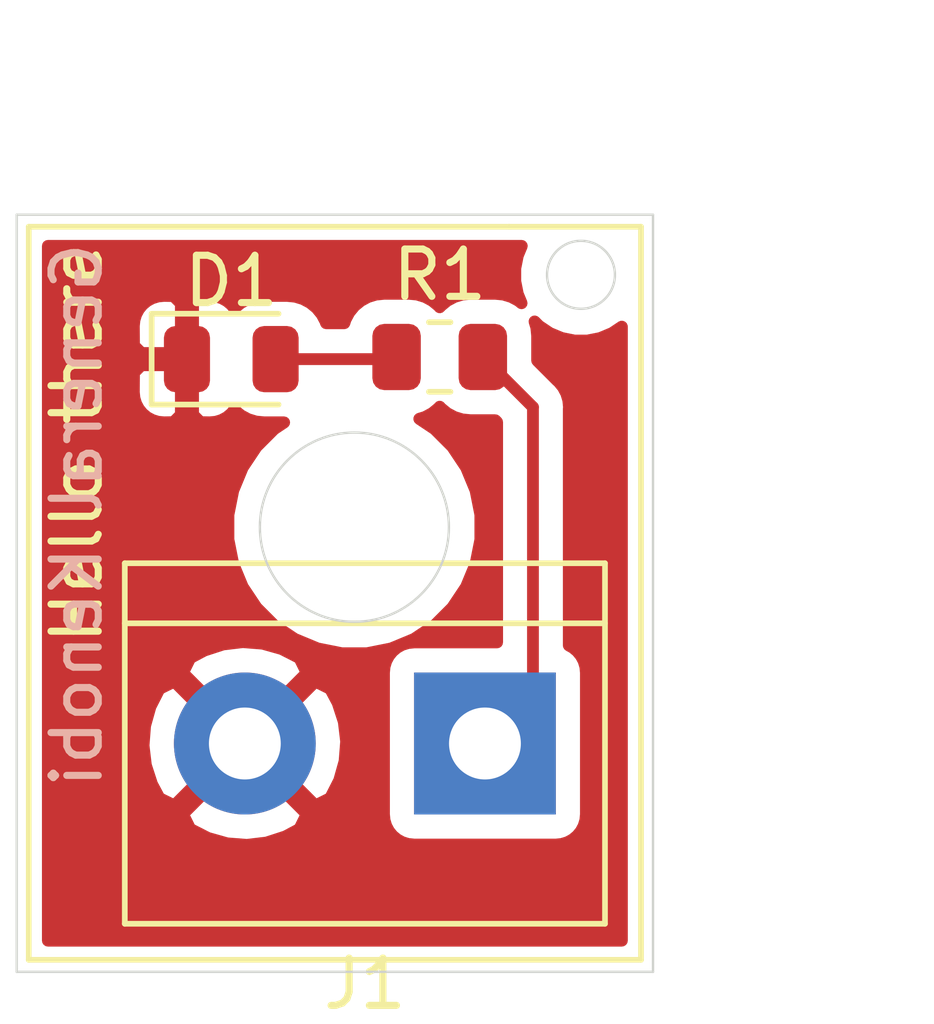
<source format=kicad_pcb>
(kicad_pcb (version 20171130) (host pcbnew "(5.1.10-1-10_14)")

  (general
    (thickness 1.6)
    (drawings 15)
    (tracks 4)
    (zones 0)
    (modules 3)
    (nets 4)
  )

  (page A4)
  (title_block
    (title "Simple led thingy")
    (date 2021-10-20)
  )

  (layers
    (0 F.Cu signal)
    (31 B.Cu signal)
    (32 B.Adhes user)
    (33 F.Adhes user)
    (34 B.Paste user)
    (35 F.Paste user)
    (36 B.SilkS user hide)
    (37 F.SilkS user)
    (38 B.Mask user)
    (39 F.Mask user)
    (40 Dwgs.User user)
    (41 Cmts.User user)
    (42 Eco1.User user)
    (43 Eco2.User user)
    (44 Edge.Cuts user)
    (45 Margin user)
    (46 B.CrtYd user)
    (47 F.CrtYd user)
    (48 B.Fab user)
    (49 F.Fab user)
  )

  (setup
    (last_trace_width 0.25)
    (trace_clearance 0.2)
    (zone_clearance 0.508)
    (zone_45_only yes)
    (trace_min 0.2)
    (via_size 0.8)
    (via_drill 0.4)
    (via_min_size 0.4)
    (via_min_drill 0.3)
    (uvia_size 0.3)
    (uvia_drill 0.1)
    (uvias_allowed no)
    (uvia_min_size 0.2)
    (uvia_min_drill 0.1)
    (edge_width 0.05)
    (segment_width 0.2)
    (pcb_text_width 0.3)
    (pcb_text_size 1.5 1.5)
    (mod_edge_width 0.12)
    (mod_text_size 1 1)
    (mod_text_width 0.15)
    (pad_size 3 3)
    (pad_drill 1.52)
    (pad_to_mask_clearance 0)
    (aux_axis_origin 0 0)
    (visible_elements FFFFFF7F)
    (pcbplotparams
      (layerselection 0x010fc_ffffffff)
      (usegerberextensions false)
      (usegerberattributes true)
      (usegerberadvancedattributes true)
      (creategerberjobfile true)
      (excludeedgelayer true)
      (linewidth 0.100000)
      (plotframeref false)
      (viasonmask false)
      (mode 1)
      (useauxorigin false)
      (hpglpennumber 1)
      (hpglpenspeed 20)
      (hpglpendiameter 15.000000)
      (psnegative false)
      (psa4output false)
      (plotreference true)
      (plotvalue true)
      (plotinvisibletext false)
      (padsonsilk false)
      (subtractmaskfromsilk false)
      (outputformat 1)
      (mirror false)
      (drillshape 1)
      (scaleselection 1)
      (outputdirectory ""))
  )

  (net 0 "")
  (net 1 GND)
  (net 2 "Net-(D1-Pad2)")
  (net 3 +5V)

  (net_class Default "This is the default net class."
    (clearance 0.2)
    (trace_width 0.25)
    (via_dia 0.8)
    (via_drill 0.4)
    (uvia_dia 0.3)
    (uvia_drill 0.1)
    (add_net +5V)
    (add_net GND)
    (add_net "Net-(D1-Pad2)")
  )

  (module TerminalBlock:TerminalBlock_bornier-2_P5.08mm (layer F.Cu) (tedit 59FF03AB) (tstamp 61711EC3)
    (at 207.772 54.864 180)
    (descr "simple 2-pin terminal block, pitch 5.08mm, revamped version of bornier2")
    (tags "terminal block bornier2")
    (path /61712377)
    (fp_text reference J1 (at 2.54 -5.08) (layer F.SilkS)
      (effects (font (size 1 1) (thickness 0.15)))
    )
    (fp_text value Conn_01x02_Female (at 2.54 5.08) (layer F.Fab)
      (effects (font (size 1 1) (thickness 0.15)))
    )
    (fp_text user %R (at 2.54 0) (layer F.Fab)
      (effects (font (size 1 1) (thickness 0.15)))
    )
    (fp_line (start -2.41 2.55) (end 7.49 2.55) (layer F.Fab) (width 0.1))
    (fp_line (start -2.46 -3.75) (end -2.46 3.75) (layer F.Fab) (width 0.1))
    (fp_line (start -2.46 3.75) (end 7.54 3.75) (layer F.Fab) (width 0.1))
    (fp_line (start 7.54 3.75) (end 7.54 -3.75) (layer F.Fab) (width 0.1))
    (fp_line (start 7.54 -3.75) (end -2.46 -3.75) (layer F.Fab) (width 0.1))
    (fp_line (start 7.62 2.54) (end -2.54 2.54) (layer F.SilkS) (width 0.12))
    (fp_line (start 7.62 3.81) (end 7.62 -3.81) (layer F.SilkS) (width 0.12))
    (fp_line (start 7.62 -3.81) (end -2.54 -3.81) (layer F.SilkS) (width 0.12))
    (fp_line (start -2.54 -3.81) (end -2.54 3.81) (layer F.SilkS) (width 0.12))
    (fp_line (start -2.54 3.81) (end 7.62 3.81) (layer F.SilkS) (width 0.12))
    (fp_line (start -2.71 -4) (end 7.79 -4) (layer F.CrtYd) (width 0.05))
    (fp_line (start -2.71 -4) (end -2.71 4) (layer F.CrtYd) (width 0.05))
    (fp_line (start 7.79 4) (end 7.79 -4) (layer F.CrtYd) (width 0.05))
    (fp_line (start 7.79 4) (end -2.71 4) (layer F.CrtYd) (width 0.05))
    (pad 2 thru_hole circle (at 5.08 0 180) (size 3 3) (drill 1.52) (layers *.Cu *.Mask)
      (net 1 GND))
    (pad 1 thru_hole rect (at 0 0 180) (size 3 3) (drill 1.52) (layers *.Cu *.Mask)
      (net 3 +5V))
    (model ${KISYS3DMOD}/TerminalBlock.3dshapes/TerminalBlock_bornier-2_P5.08mm.wrl
      (offset (xyz 2.539999961853027 0 0))
      (scale (xyz 1 1 1))
      (rotate (xyz 0 0 0))
    )
  )

  (module LED_SMD:LED_0805_2012Metric (layer F.Cu) (tedit 5F68FEF1) (tstamp 6170CD9B)
    (at 202.405001 46.740001)
    (descr "LED SMD 0805 (2012 Metric), square (rectangular) end terminal, IPC_7351 nominal, (Body size source: https://docs.google.com/spreadsheets/d/1BsfQQcO9C6DZCsRaXUlFlo91Tg2WpOkGARC1WS5S8t0/edit?usp=sharing), generated with kicad-footprint-generator")
    (tags LED)
    (path /61705747)
    (attr smd)
    (fp_text reference D1 (at 0 -1.65) (layer F.SilkS)
      (effects (font (size 1 1) (thickness 0.15)))
    )
    (fp_text value LED (at 0 1.65) (layer F.Fab)
      (effects (font (size 1 1) (thickness 0.15)))
    )
    (fp_line (start 1 -0.6) (end -0.7 -0.6) (layer F.Fab) (width 0.1))
    (fp_line (start -0.7 -0.6) (end -1 -0.3) (layer F.Fab) (width 0.1))
    (fp_line (start -1 -0.3) (end -1 0.6) (layer F.Fab) (width 0.1))
    (fp_line (start -1 0.6) (end 1 0.6) (layer F.Fab) (width 0.1))
    (fp_line (start 1 0.6) (end 1 -0.6) (layer F.Fab) (width 0.1))
    (fp_line (start 1 -0.96) (end -1.685 -0.96) (layer F.SilkS) (width 0.12))
    (fp_line (start -1.685 -0.96) (end -1.685 0.96) (layer F.SilkS) (width 0.12))
    (fp_line (start -1.685 0.96) (end 1 0.96) (layer F.SilkS) (width 0.12))
    (fp_line (start -1.68 0.95) (end -1.68 -0.95) (layer F.CrtYd) (width 0.05))
    (fp_line (start -1.68 -0.95) (end 1.68 -0.95) (layer F.CrtYd) (width 0.05))
    (fp_line (start 1.68 -0.95) (end 1.68 0.95) (layer F.CrtYd) (width 0.05))
    (fp_line (start 1.68 0.95) (end -1.68 0.95) (layer F.CrtYd) (width 0.05))
    (fp_text user %R (at 0 0) (layer F.Fab)
      (effects (font (size 0.5 0.5) (thickness 0.08)))
    )
    (pad 1 smd roundrect (at -0.9375 0) (size 0.975 1.4) (layers F.Cu F.Paste F.Mask) (roundrect_rratio 0.25)
      (net 1 GND))
    (pad 2 smd roundrect (at 0.9375 0) (size 0.975 1.4) (layers F.Cu F.Paste F.Mask) (roundrect_rratio 0.25)
      (net 2 "Net-(D1-Pad2)"))
    (model ${KISYS3DMOD}/LED_SMD.3dshapes/LED_0805_2012Metric.wrl
      (at (xyz 0 0 0))
      (scale (xyz 1 1 1))
      (rotate (xyz 0 0 0))
    )
  )

  (module Resistor_SMD:R_0805_2012Metric (layer F.Cu) (tedit 5F68FEEE) (tstamp 6170EBD5)
    (at 206.815001 46.695001 180)
    (descr "Resistor SMD 0805 (2012 Metric), square (rectangular) end terminal, IPC_7351 nominal, (Body size source: IPC-SM-782 page 72, https://www.pcb-3d.com/wordpress/wp-content/uploads/ipc-sm-782a_amendment_1_and_2.pdf), generated with kicad-footprint-generator")
    (tags resistor)
    (path /61707BF1)
    (attr smd)
    (fp_text reference R1 (at 0 1.737001) (layer F.SilkS)
      (effects (font (size 1 1) (thickness 0.15)))
    )
    (fp_text value R (at 0 -1.818999) (layer F.Fab)
      (effects (font (size 1 1) (thickness 0.15)))
    )
    (fp_line (start -1 0.625) (end -1 -0.625) (layer F.Fab) (width 0.1))
    (fp_line (start -1 -0.625) (end 1 -0.625) (layer F.Fab) (width 0.1))
    (fp_line (start 1 -0.625) (end 1 0.625) (layer F.Fab) (width 0.1))
    (fp_line (start 1 0.625) (end -1 0.625) (layer F.Fab) (width 0.1))
    (fp_line (start -0.227064 -0.735) (end 0.227064 -0.735) (layer F.SilkS) (width 0.12))
    (fp_line (start -0.227064 0.735) (end 0.227064 0.735) (layer F.SilkS) (width 0.12))
    (fp_line (start -1.68 0.95) (end -1.68 -0.95) (layer F.CrtYd) (width 0.05))
    (fp_line (start -1.68 -0.95) (end 1.68 -0.95) (layer F.CrtYd) (width 0.05))
    (fp_line (start 1.68 -0.95) (end 1.68 0.95) (layer F.CrtYd) (width 0.05))
    (fp_line (start 1.68 0.95) (end -1.68 0.95) (layer F.CrtYd) (width 0.05))
    (fp_text user %R (at 0 0) (layer F.Fab)
      (effects (font (size 0.5 0.5) (thickness 0.08)))
    )
    (pad 1 smd roundrect (at -0.9125 0 180) (size 1.025 1.4) (layers F.Cu F.Paste F.Mask) (roundrect_rratio 0.243902)
      (net 3 +5V))
    (pad 2 smd roundrect (at 0.9125 0 180) (size 1.025 1.4) (layers F.Cu F.Paste F.Mask) (roundrect_rratio 0.243902)
      (net 2 "Net-(D1-Pad2)"))
    (model ${KISYS3DMOD}/Resistor_SMD.3dshapes/R_0805_2012Metric.wrl
      (at (xyz 0 0 0))
      (scale (xyz 1 1 1))
      (rotate (xyz 0 0 0))
    )
  )

  (dimension 16.002 (width 0.15) (layer Dwgs.User)
    (gr_text "16.002 mm" (at 215.93 51.689 270) (layer Dwgs.User)
      (effects (font (size 1 1) (thickness 0.15)))
    )
    (feature1 (pts (xy 211.328 59.69) (xy 215.216421 59.69)))
    (feature2 (pts (xy 211.328 43.688) (xy 215.216421 43.688)))
    (crossbar (pts (xy 214.63 43.688) (xy 214.63 59.69)))
    (arrow1a (pts (xy 214.63 59.69) (xy 214.043579 58.563496)))
    (arrow1b (pts (xy 214.63 59.69) (xy 215.216421 58.563496)))
    (arrow2a (pts (xy 214.63 43.688) (xy 214.043579 44.814504)))
    (arrow2b (pts (xy 214.63 43.688) (xy 215.216421 44.814504)))
  )
  (dimension 13.462 (width 0.15) (layer Dwgs.User)
    (gr_text "13.462 mm" (at 204.597 39.848) (layer Dwgs.User)
      (effects (font (size 1 1) (thickness 0.15)))
    )
    (feature1 (pts (xy 211.328 43.688) (xy 211.328 40.561579)))
    (feature2 (pts (xy 197.866 43.688) (xy 197.866 40.561579)))
    (crossbar (pts (xy 197.866 41.148) (xy 211.328 41.148)))
    (arrow1a (pts (xy 211.328 41.148) (xy 210.201496 41.734421)))
    (arrow1b (pts (xy 211.328 41.148) (xy 210.201496 40.561579)))
    (arrow2a (pts (xy 197.866 41.148) (xy 198.992504 41.734421)))
    (arrow2b (pts (xy 197.866 41.148) (xy 198.992504 40.561579)))
  )
  (gr_text "General Kenobi" (at 199.136 50.038 90) (layer B.SilkS)
    (effects (font (size 1 1) (thickness 0.15)) (justify mirror))
  )
  (gr_text "Hello there" (at 199.136 48.514 90) (layer F.SilkS)
    (effects (font (size 1 1) (thickness 0.15)))
  )
  (gr_line (start 198.12 59.436) (end 198.12 43.942) (layer F.SilkS) (width 0.12) (tstamp 6170EC2B))
  (gr_line (start 211.074 59.436) (end 198.12 59.436) (layer F.SilkS) (width 0.12))
  (gr_line (start 211.074 43.942) (end 211.074 59.436) (layer F.SilkS) (width 0.12))
  (gr_line (start 208.28 43.942) (end 211.074 43.942) (layer F.SilkS) (width 0.12))
  (gr_line (start 198.12 43.942) (end 208.28 43.942) (layer F.SilkS) (width 0.12))
  (gr_circle (center 209.804 44.958) (end 210.312 44.45) (layer Edge.Cuts) (width 0.05))
  (gr_line (start 211.328 43.688) (end 197.866 43.688) (layer Edge.Cuts) (width 0.05) (tstamp 6170E57F))
  (gr_circle (center 205.01 50.292) (end 207.01 50.292) (layer Edge.Cuts) (width 0.05))
  (gr_line (start 197.866 59.69) (end 197.866 43.688) (layer Edge.Cuts) (width 0.05) (tstamp 6170E557))
  (gr_line (start 211.328 59.69) (end 197.866 59.69) (layer Edge.Cuts) (width 0.05))
  (gr_line (start 211.328 43.688) (end 211.328 59.69) (layer Edge.Cuts) (width 0.05))

  (segment (start 205.857501 46.740001) (end 205.902501 46.695001) (width 0.25) (layer F.Cu) (net 2))
  (segment (start 203.342501 46.740001) (end 205.857501 46.740001) (width 0.25) (layer F.Cu) (net 2) (tstamp 6170D17C))
  (segment (start 208.788 47.7555) (end 208.788 54.864) (width 0.25) (layer F.Cu) (net 3))
  (segment (start 207.727501 46.695001) (end 208.788 47.7555) (width 0.25) (layer F.Cu) (net 3))

  (zone (net 1) (net_name GND) (layer F.Cu) (tstamp 6170F0C6) (hatch edge 0.508)
    (connect_pads (clearance 0.508))
    (min_thickness 0.254)
    (fill yes (arc_segments 32) (thermal_gap 0.508) (thermal_bridge_width 0.508))
    (polygon
      (pts
        (xy 211.074 59.436) (xy 198.12 59.436) (xy 198.12 43.942) (xy 211.074 43.942)
      )
    )
    (filled_polygon
      (pts
        (xy 208.465795 44.55206) (xy 208.412314 44.820931) (xy 208.412314 45.095069) (xy 208.465795 45.36394) (xy 208.546257 45.558191)
        (xy 208.483388 45.506596) (xy 208.329852 45.424529) (xy 208.163256 45.373993) (xy 207.990002 45.356929) (xy 207.465 45.356929)
        (xy 207.291746 45.373993) (xy 207.12515 45.424529) (xy 206.971614 45.506596) (xy 206.837039 45.617039) (xy 206.815001 45.643892)
        (xy 206.792963 45.617039) (xy 206.658388 45.506596) (xy 206.504852 45.424529) (xy 206.338256 45.373993) (xy 206.165002 45.356929)
        (xy 205.64 45.356929) (xy 205.466746 45.373993) (xy 205.30015 45.424529) (xy 205.146614 45.506596) (xy 205.012039 45.617039)
        (xy 204.901596 45.751614) (xy 204.819529 45.90515) (xy 204.796823 45.980001) (xy 204.411174 45.980001) (xy 204.400948 45.946292)
        (xy 204.319459 45.793837) (xy 204.209793 45.660209) (xy 204.076165 45.550543) (xy 203.92371 45.469054) (xy 203.758286 45.418873)
        (xy 203.586251 45.401929) (xy 203.098751 45.401929) (xy 202.926716 45.418873) (xy 202.761292 45.469054) (xy 202.608837 45.550543)
        (xy 202.475209 45.660209) (xy 202.469993 45.666565) (xy 202.406186 45.588816) (xy 202.309495 45.509464) (xy 202.199181 45.450499)
        (xy 202.079483 45.414189) (xy 201.955001 45.401929) (xy 201.753251 45.405001) (xy 201.594501 45.563751) (xy 201.594501 46.613001)
        (xy 201.614501 46.613001) (xy 201.614501 46.867001) (xy 201.594501 46.867001) (xy 201.594501 47.916251) (xy 201.753251 48.075001)
        (xy 201.955001 48.078073) (xy 202.079483 48.065813) (xy 202.199181 48.029503) (xy 202.309495 47.970538) (xy 202.406186 47.891186)
        (xy 202.469993 47.813437) (xy 202.475209 47.819793) (xy 202.608837 47.929459) (xy 202.761292 48.010948) (xy 202.926716 48.061129)
        (xy 203.098751 48.078073) (xy 203.522732 48.078073) (xy 203.309826 48.220332) (xy 202.938332 48.591826) (xy 202.646451 49.028657)
        (xy 202.4454 49.514037) (xy 202.342905 50.029314) (xy 202.342905 50.554686) (xy 202.4454 51.069963) (xy 202.646451 51.555343)
        (xy 202.938332 51.992174) (xy 203.309826 52.363668) (xy 203.746657 52.655549) (xy 204.232037 52.8566) (xy 204.747314 52.959095)
        (xy 205.272686 52.959095) (xy 205.787963 52.8566) (xy 206.273343 52.655549) (xy 206.710174 52.363668) (xy 207.081668 51.992174)
        (xy 207.373549 51.555343) (xy 207.5746 51.069963) (xy 207.677095 50.554686) (xy 207.677095 50.029314) (xy 207.5746 49.514037)
        (xy 207.373549 49.028657) (xy 207.081668 48.591826) (xy 206.710174 48.220332) (xy 206.383736 48.002213) (xy 206.504852 47.965473)
        (xy 206.658388 47.883406) (xy 206.792963 47.772963) (xy 206.815001 47.74611) (xy 206.837039 47.772963) (xy 206.971614 47.883406)
        (xy 207.12515 47.965473) (xy 207.291746 48.016009) (xy 207.465 48.033073) (xy 207.990002 48.033073) (xy 207.990702 48.033004)
        (xy 208.028 48.070302) (xy 208.028001 52.725928) (xy 206.272 52.725928) (xy 206.147518 52.738188) (xy 206.02782 52.774498)
        (xy 205.917506 52.833463) (xy 205.820815 52.912815) (xy 205.741463 53.009506) (xy 205.682498 53.11982) (xy 205.646188 53.239518)
        (xy 205.633928 53.364) (xy 205.633928 56.364) (xy 205.646188 56.488482) (xy 205.682498 56.60818) (xy 205.741463 56.718494)
        (xy 205.820815 56.815185) (xy 205.917506 56.894537) (xy 206.02782 56.953502) (xy 206.147518 56.989812) (xy 206.272 57.002072)
        (xy 209.272 57.002072) (xy 209.396482 56.989812) (xy 209.51618 56.953502) (xy 209.626494 56.894537) (xy 209.723185 56.815185)
        (xy 209.802537 56.718494) (xy 209.861502 56.60818) (xy 209.897812 56.488482) (xy 209.910072 56.364) (xy 209.910072 53.364)
        (xy 209.897812 53.239518) (xy 209.861502 53.11982) (xy 209.802537 53.009506) (xy 209.723185 52.912815) (xy 209.626494 52.833463)
        (xy 209.548 52.791506) (xy 209.548 47.792822) (xy 209.551676 47.755499) (xy 209.548 47.718176) (xy 209.548 47.718167)
        (xy 209.537003 47.606514) (xy 209.493546 47.463253) (xy 209.44636 47.374975) (xy 209.422974 47.331223) (xy 209.351799 47.244497)
        (xy 209.328001 47.215499) (xy 209.299004 47.191702) (xy 208.878073 46.770771) (xy 208.878073 46.245) (xy 208.861009 46.071746)
        (xy 208.822432 45.944573) (xy 208.916852 46.038993) (xy 209.144789 46.191296) (xy 209.39806 46.296205) (xy 209.666931 46.349686)
        (xy 209.941069 46.349686) (xy 210.20994 46.296205) (xy 210.463211 46.191296) (xy 210.668 46.05446) (xy 210.668001 59.03)
        (xy 198.526 59.03) (xy 198.526 56.355653) (xy 201.379952 56.355653) (xy 201.535962 56.671214) (xy 201.910745 56.86202)
        (xy 202.315551 56.976044) (xy 202.734824 57.008902) (xy 203.152451 56.959334) (xy 203.552383 56.829243) (xy 203.848038 56.671214)
        (xy 204.004048 56.355653) (xy 202.692 55.043605) (xy 201.379952 56.355653) (xy 198.526 56.355653) (xy 198.526 54.906824)
        (xy 200.547098 54.906824) (xy 200.596666 55.324451) (xy 200.726757 55.724383) (xy 200.884786 56.020038) (xy 201.200347 56.176048)
        (xy 202.512395 54.864) (xy 202.871605 54.864) (xy 204.183653 56.176048) (xy 204.499214 56.020038) (xy 204.69002 55.645255)
        (xy 204.804044 55.240449) (xy 204.836902 54.821176) (xy 204.787334 54.403549) (xy 204.657243 54.003617) (xy 204.499214 53.707962)
        (xy 204.183653 53.551952) (xy 202.871605 54.864) (xy 202.512395 54.864) (xy 201.200347 53.551952) (xy 200.884786 53.707962)
        (xy 200.69398 54.082745) (xy 200.579956 54.487551) (xy 200.547098 54.906824) (xy 198.526 54.906824) (xy 198.526 53.372347)
        (xy 201.379952 53.372347) (xy 202.692 54.684395) (xy 204.004048 53.372347) (xy 203.848038 53.056786) (xy 203.473255 52.86598)
        (xy 203.068449 52.751956) (xy 202.649176 52.719098) (xy 202.231549 52.768666) (xy 201.831617 52.898757) (xy 201.535962 53.056786)
        (xy 201.379952 53.372347) (xy 198.526 53.372347) (xy 198.526 47.440001) (xy 200.341929 47.440001) (xy 200.354189 47.564483)
        (xy 200.390499 47.684181) (xy 200.449464 47.794495) (xy 200.528816 47.891186) (xy 200.625507 47.970538) (xy 200.735821 48.029503)
        (xy 200.855519 48.065813) (xy 200.980001 48.078073) (xy 201.181751 48.075001) (xy 201.340501 47.916251) (xy 201.340501 46.867001)
        (xy 200.503751 46.867001) (xy 200.345001 47.025751) (xy 200.341929 47.440001) (xy 198.526 47.440001) (xy 198.526 46.040001)
        (xy 200.341929 46.040001) (xy 200.345001 46.454251) (xy 200.503751 46.613001) (xy 201.340501 46.613001) (xy 201.340501 45.563751)
        (xy 201.181751 45.405001) (xy 200.980001 45.401929) (xy 200.855519 45.414189) (xy 200.735821 45.450499) (xy 200.625507 45.509464)
        (xy 200.528816 45.588816) (xy 200.449464 45.685507) (xy 200.390499 45.795821) (xy 200.354189 45.915519) (xy 200.341929 46.040001)
        (xy 198.526 46.040001) (xy 198.526 44.348) (xy 208.55032 44.348)
      )
    )
  )
)

</source>
